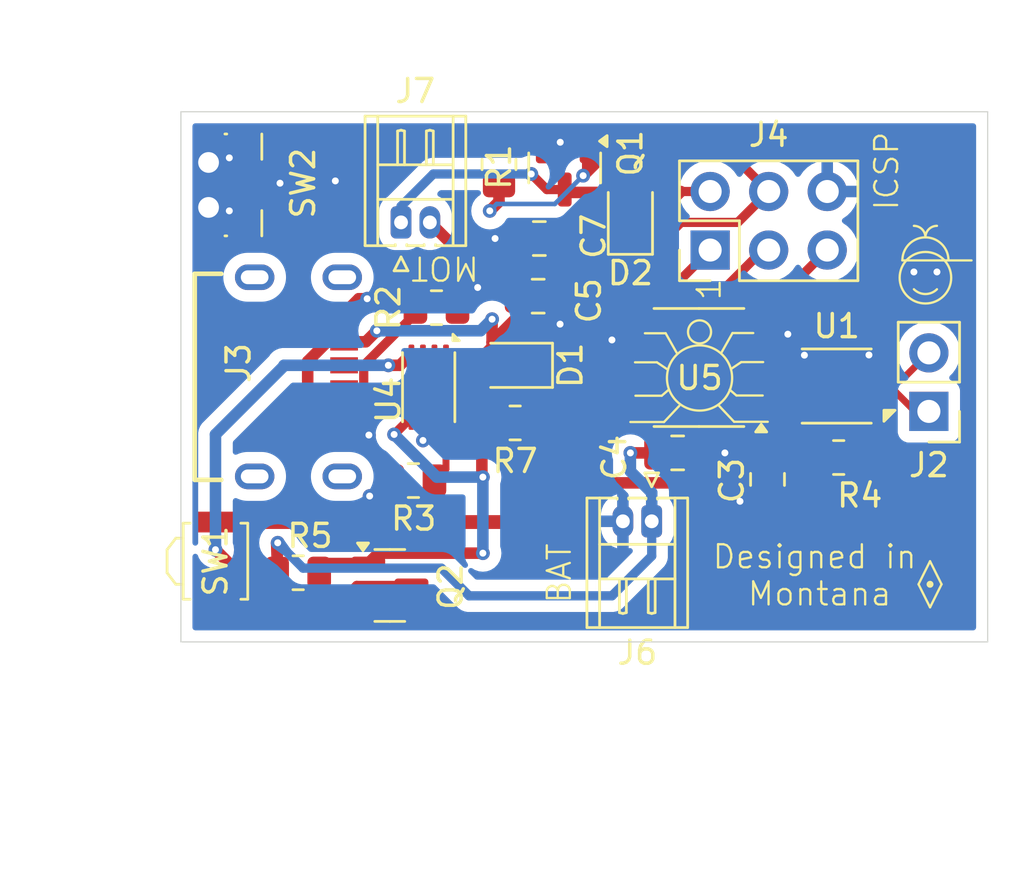
<source format=kicad_pcb>
(kicad_pcb (version 20240108) (generator "pcbnew") (generator_version "8.0")
  (layers (0 "F.Cu" signal) (31 "B.Cu" signal) (34 "B.Paste" user) (35 "F.Paste" user) (36 "B.SilkS" user "B.Silkscreen") (37 "F.SilkS" user "F.Silkscreen") (38 "B.Mask" user) (39 "F.Mask" user) (44 "Edge.Cuts" user))
  (net 0 "")
  (net 1 "GND")
  (net 2 "Net-(J3-CC1)")
  (net 3 "Net-(U1-RG2)")
  (net 4 "Net-(U1-RG1)")
  (net 5 "VBUS")
  (net 6 "VDD")
  (net 7 "Net-(D1-K)")
  (net 8 "Net-(J2-Pin_1)")
  (net 9 "Net-(J2-Pin_2)")
  (net 11 "Net-(J4-Pin_5)")
  (net 12 "Net-(J4-Pin_1)")
  (net 13 "VCC")
  (net 14 "Net-(U4-PROG)")
  (net 15 "Net-(Q2-S)")
  (net 16 "Net-(D2-A)")
  (net 18 "Net-(J4-Pin_4)")
  (net 19 "Net-(J4-Pin_3)")
  (net 20 "Net-(U1-VOUT)")
  (net 25 "Net-(Q2-G)")
  (footprint "Resistor_SMD:R_0805_2012Metric" (layer "F.Cu") (at 220.0875 116)
    (property "Reference" "R2")
    (property "Value" "5.1k")
  )
  (footprint "Button_Switch_SMD:SW_SPST_CK_KMS2xxGP" (layer "F.Cu") (at 210.95 110.675 -90)
    (property "Reference" "SW2")
    (property "Value" "CK_KMS2xxGP")
  )
  (footprint "Package_SON:WSON-8-1EP_3x3mm_P0.5mm_EP1.45x2.4mm" (layer "F.Cu") (at 237.45 119.4 180)
    (property "Reference" "U1")
    (property "Value" "INA333AIDGKR")
  )
  (footprint "Connector_PinHeader_2.54mm:PinHeader_1x02_P2.54mm_Vertical" (layer "F.Cu") (at 241.45 120.5 180)
    (property "Reference" "J2")
    (property "Value" "Input 1")
  )
  (footprint "Package_SO:SOIC-8_3.9x4.9mm_P1.27mm" (layer "F.Cu") (at 231.475 118.595 180)
    (property "Reference" "U5")
    (property "Value" "ATtiny13A-SS")
  )
  (footprint "Connector_Hirose:Hirose_DF13-02P-1.25DS_1x02_P1.25mm_Horizontal" (layer "F.Cu") (at 229.425 125.2675 180)
    (property "Reference" "J6")
    (property "Value" "Conn_01x02 - Battery")
  )
  (footprint "Capacitor_SMD:C_0805_2012Metric" (layer "F.Cu") (at 224.55 113)
    (property "Reference" "C7")
    (property "Value" "100 nf")
  )
  (footprint "Capacitor_SMD:C_0805_2012Metric" (layer "F.Cu") (at 224.5 115.5)
    (property "Reference" "C5")
    (property "Value" "4.7uF")
  )
  (footprint "Resistor_SMD:R_0805_2012Metric" (layer "F.Cu") (at 237.5375 122.5 180)
    (property "Reference" "R4")
    (property "Value" "11k")
  )
  (footprint "Connector_Hirose:Hirose_DF13-02P-1.25DS_1x02_P1.25mm_Horizontal" (layer "F.Cu") (at 218.55 112.3)
    (property "Reference" "J7")
    (property "Value" "Conn_01x02 - Motor")
  )
  (footprint "Resistor_SMD:R_0805_2012Metric" (layer "F.Cu") (at 219.0875 123.5 180)
    (property "Reference" "R3")
    (property "Value" "2k")
  )
  (footprint "Resistor_SMD:R_0805_2012Metric" (layer "F.Cu") (at 214.0875 127.5)
    (property "Reference" "R5")
    (property "Value" "11k")
  )
  (footprint "Resistor_SMD:R_0805_2012Metric" (layer "F.Cu") (at 222.8 109.7875 90)
    (property "Reference" "R1")
    (property "Value" "11k")
  )
  (footprint "Diode_SMD:D_0805_2012Metric" (layer "F.Cu") (at 223.4375 118.5 180)
    (property "Reference" "D1")
    (property "Value" "D")
  )
  (footprint "Resistor_SMD:R_0805_2012Metric" (layer "F.Cu") (at 223.5 121 180)
    (property "Reference" "R7")
    (property "Value" "470")
  )
  (footprint "Connector_PinHeader_2.54mm:PinHeader_2x03_P2.54mm_Vertical" (layer "F.Cu") (at 231.96 113.5 90)
    (property "Reference" "J4")
    (property "Value" "ICSP")
  )
  (footprint "Package_TO_SOT_SMD:SOT-23" (layer "F.Cu") (at 218.0625 128.05)
    (property "Reference" "Q2")
    (property "Value" "AO3400A")
  )
  (footprint "Diode_SMD:D_0805_2012Metric" (layer "F.Cu") (at 228.5 112 90)
    (property "Reference" "D2")
    (property "Value" "D")
  )
  (footprint "Capacitor_SMD:C_0805_2012Metric" (layer "F.Cu") (at 234.45 123.45 -90)
    (property "Reference" "C3")
    (property "Value" "0.1 uF")
  )
  (footprint "Package_TO_SOT_SMD:SOT-23" (layer "F.Cu") (at 225.65 109.9375 -90)
    (property "Reference" "Q1")
    (property "Value" "AO3400A")
  )
  (footprint "Capacitor_SMD:C_0805_2012Metric" (layer "F.Cu") (at 230.55 122.3)
    (property "Reference" "C4")
    (property "Value" "4.7 uF")
  )
  (footprint "Button_Switch_SMD:SW_SPST_B3U-3000P" (layer "F.Cu") (at 210.5 127 90)
    (property "Reference" "SW1")
    (property "Value" "SW_SPST")
  )
  (footprint "kicad:GCT_USB4125-GF-A_REVA2" (layer "F.Cu") (at 213 119 -90)
    (property "Reference" "J3")
    (property "Value" "USB4125-GF-A_REVA2")
  )
  (footprint "Package_DFN_QFN:DFN-8-1EP_3x2mm_P0.5mm_EP1.7x1.4mm" (layer "F.Cu") (at 219.75 119.45 -90)
    (property "Reference" "U4")
    (property "Value" "MCP73831-2-MC")
  )
  (gr_arc (start 241.799999 115.2) (mid 241.3 115.407106) (end 240.800001 115.2) (stroke (width 0.1)) (layer "F.SilkS"))
  (gr_line (start 241.5 127) (end 241 128) (stroke (width 0.1)) (layer "F.SilkS"))
  (gr_circle (center 231.5 119.05) (end 232.5 120.05) (stroke (width 0.1)) (fill none) (layer "F.SilkS"))
  (gr_line (start 230.03 117.11) (end 229.13 117.11) (stroke (width 0.1)) (layer "F.SilkS"))
  (gr_line (start 232.81 119.56) (end 233.1 119.81) (stroke (width 0.1)) (layer "F.SilkS"))
  (gr_line (start 241.5 129) (end 242 128) (stroke (width 0.1)) (layer "F.SilkS"))
  (gr_line (start 229.86 119.82) (end 228.72 119.82) (stroke (width 0.1)) (layer "F.SilkS"))
  (gr_line (start 233 120.95) (end 234.46 120.95) (stroke (width 0.1)) (layer "F.SilkS"))
  (gr_line (start 230.08 118.66) (end 229.65 118.37) (stroke (width 0.1)) (layer "F.SilkS"))
  (gr_line (start 230.15 119.57) (end 229.86 119.82) (stroke (width 0.1)) (layer "F.SilkS"))
  (gr_line (start 240.3 113.950001) (end 243.3 113.950001) (stroke (width 0.1)) (layer "F.SilkS"))
  (gr_arc (start 241.3 112.950001) (mid 241.446447 112.596448) (end 241.8 112.450001) (stroke (width 0.1)) (layer "F.SilkS"))
  (gr_line (start 233.1 119.81) (end 234.24 119.81) (stroke (width 0.1)) (layer "F.SilkS"))
  (gr_line (start 232.45 117.95) (end 232.93 117.1) (stroke (width 0.1)) (layer "F.SilkS"))
  (gr_line (start 242 128) (end 241.5 127) (stroke (width 0.1)) (layer "F.SilkS"))
  (gr_line (start 230.62 120.26) (end 229.96 120.96) (stroke (width 0.1)) (layer "F.SilkS"))
  (gr_circle (center 241.3 114.700001) (end 242.3 115.200001) (stroke (width 0.1)) (fill none) (layer "F.SilkS"))
  (gr_line (start 233.31 118.36) (end 234.26 118.36) (stroke (width 0.1)) (layer "F.SilkS"))
  (gr_arc (start 240.3 113.950001) (mid 241.3 112.950001) (end 242.3 113.950001) (stroke (width 0.1)) (layer "F.SilkS"))
  (gr_line (start 241.5 129) (end 241 128) (stroke (width 0.1)) (layer "F.SilkS"))
  (gr_line (start 229.65 118.37) (end 228.7 118.37) (stroke (width 0.1)) (layer "F.SilkS"))
  (gr_line (start 232.88 118.65) (end 233.31 118.36) (stroke (width 0.1)) (layer "F.SilkS"))
  (gr_circle (center 231.5 117.05) (end 231.5 117.55) (stroke (width 0.1)) (fill none) (layer "F.SilkS"))
  (gr_circle (center 241.5 128) (end 241.6 128) (stroke (width 0.1)) (fill solid) (layer "F.SilkS"))
  (gr_line (start 229.96 120.96) (end 228.5 120.96) (stroke (width 0.1)) (layer "F.SilkS"))
  (gr_line (start 232.34 120.25) (end 233 120.95) (stroke (width 0.1)) (layer "F.SilkS"))
  (gr_line (start 232.93 117.1) (end 233.83 117.1) (stroke (width 0.1)) (layer "F.SilkS"))
  (gr_line (start 230.51 117.96) (end 230.03 117.11) (stroke (width 0.1)) (layer "F.SilkS"))
  (gr_arc (start 240.8 112.450001) (mid 241.153553 112.596448) (end 241.3 112.950001) (stroke (width 0.1)) (layer "F.SilkS"))
  (gr_line (start 244 107.5) (end 209 107.5) (stroke (width 0.05)) (layer "Edge.Cuts"))
  (gr_line (start 209 107.5) (end 209 130.5) (stroke (width 0.05)) (layer "Edge.Cuts"))
  (gr_line (start 244 130.5) (end 244 107.5) (stroke (width 0.05)) (layer "Edge.Cuts"))
  (gr_line (start 209 130.5) (end 244 130.5) (stroke (width 0.05)) (layer "Edge.Cuts"))
  (gr_text "MOT\n" (at 222 113.7 180) (layer "F.SilkS") (effects (font (size 1 1) (thickness 0.1)) (justify left bottom)))
  (gr_text "ICSP" (at 240.2 111.850001 90) (layer "F.SilkS") (effects (font (size 1 1) (thickness 0.1)) (justify left bottom)))
  (gr_text "BAT" (at 226 128.9 90) (layer "F.SilkS") (effects (font (size 1 1) (thickness 0.1)) (justify left bottom)))
  (gr_text "1" (at 232.5 115.75 90) (layer "F.SilkS") (effects (font (size 1 1) (thickness 0.1)) (justify left bottom)))
  (gr_text "Designed in\n  Montana" (at 232 129 0) (layer "F.SilkS") (effects (font (size 1 1) (thickness 0.1)) (justify left bottom)))
  (segment (start 211.1 111.881371) (end 211.1 111.8) (width 0.2) (layer "F.Cu") (net 1))
  (segment (start 225.45 116.7145) (end 225.45 115.5) (width 0.5) (layer "F.Cu") (net 1))
  (segment (start 210.256371 108.625) (end 211.1 109.468629) (width 0.2) (layer "F.Cu") (net 1))
  (segment (start 217.5029 124.1721) (end 218.175 123.5) (width 0.5) (layer "F.Cu") (net 1))
  (segment (start 217.0812 115.6117) (end 216.9317 115.7612) (width 0.2) (layer "F.Cu") (net 1))
  (segment (start 224.825 108.875) (end 224.8766 108.8234) (width 0.2) (layer "F.Cu") (net 1))
  (segment (start 210.15 108.625) (end 210.256371 108.625) (width 0.2) (layer "F.Cu") (net 1))
  (segment (start 234.8708 116.69) (end 235.3308 117.15) (width 0.4) (layer "F.Cu") (net 1))
  (segment (start 233.2548 124.4) (end 234.45 124.4) (width 0.5) (layer "F.Cu") (net 1))
  (segment (start 217.0812 115.6117) (end 216.7183 115.6117) (width 0.5) (layer "F.Cu") (net 1))
  (segment (start 219.5 120.9) (end 219.5 121.7589) (width 0.2) (layer "F.Cu") (net 1))
  (segment (start 210.15 112.725) (end 210.256371 112.725) (width 0.2) (layer "F.Cu") (net 1))
  (segment (start 216.9317 121.75) (end 217.1554 121.5263) (width 0.5) (layer "F.Cu") (net 1))
  (segment (start 222.8 108.875) (end 224.825 108.875) (width 0.5) (layer "F.Cu") (net 1))
  (segment (start 219.5 121.7589) (end 219.5016 121.7605) (width 0.2) (layer "F.Cu") (net 1))
  (segment (start 238.85 118.0517) (end 238.85 118.65) (width 0.4) (layer "F.Cu") (net 1))
  (segment (start 236.05 118.65) (end 236.05 118.0604) (width 0.4) (layer "F.Cu") (net 1))
  (segment (start 211.1 109.468629) (end 211.1 109.5) (width 0.2) (layer "F.Cu") (net 1))
  (segment (start 216.08 121.75) (end 216.9317 121.75) (width 0.5) (layer "F.Cu") (net 1))
  (segment (start 213.225 110.675) (end 213.3 110.6) (width 0.2) (layer "F.Cu") (net 1))
  (segment (start 217.1879 124.1721) (end 217.5029 124.1721) (width 0.5) (layer "F.Cu") (net 1))
  (segment (start 210.256371 112.725) (end 211.1 111.881371) (width 0.2) (layer "F.Cu") (net 1))
  (segment (start 225.4567 108.8234) (end 224.8766 108.8234) (width 0.5) (layer "F.Cu") (net 1))
  (segment (start 216.7183 115.6117) (end 216.08 116.25) (width 0.5) (layer "F.Cu") (net 1))
  (segment (start 222.6296 112.9995) (end 223.5995 112.9995) (width 0.5) (layer "F.Cu") (net 1))
  (segment (start 221 116) (end 221.8753 115.1247) (width 0.5) (layer "F.Cu") (net 1))
  (segment (start 231.5 122.3) (end 232.6 122.3) (width 0.5) (layer "F.Cu") (net 1))
  (segment (start 224.8766 108.8234) (end 224.7 109) (width 0.2) (layer "F.Cu") (net 1))
  (segment (start 212.375 110.675) (end 213.225 110.675) (width 0.2) (layer "F.Cu") (net 1))
  (segment (start 233.95 116.69) (end 234.8708 116.69) (width 0.2) (layer "F.Cu") (net 1))
  (segment (start 223.5995 112.9995) (end 223.6 113) (width 0.2) (layer "F.Cu") (net 1))
  (via (at 225.4567 108.8234) (size 0.6) (drill 0.3) (layers "F.Cu" "B.Cu") (net 1))
  (via (at 240.8 114.450001) (size 0.6) (drill 0.3) (layers "F.Cu" "B.Cu") (net 1))
  (via (at 232.6 122.3) (size 0.6) (drill 0.3) (layers "F.Cu" "B.Cu") (net 1))
  (via (at 222.6296 112.9995) (size 0.6) (drill 0.3) (layers "F.Cu" "B.Cu") (net 1))
  (via (at 225.45 116.7145) (size 0.6) (drill 0.3) (layers "F.Cu" "B.Cu") (net 1))
  (via (at 238.85 118.0517) (size 0.6) (drill 0.3) (layers "F.Cu" "B.Cu") (net 1))
  (via (at 235.3308 117.15) (size 0.6) (drill 0.3) (layers "F.Cu" "B.Cu") (net 1))
  (via (at 236.05 118.0604) (size 0.6) (drill 0.3) (layers "F.Cu" "B.Cu") (net 1))
  (via (at 217.1879 124.1721) (size 0.6) (drill 0.3) (layers "F.Cu" "B.Cu") (net 1))
  (via (at 211.1 111.8) (size 0.6) (drill 0.3) (layers "F.Cu" "B.Cu") (net 1))
  (via (at 233.2548 124.4) (size 0.6) (drill 0.3) (layers "F.Cu" "B.Cu") (net 1))
  (via (at 213.3 110.6) (size 0.6) (drill 0.3) (layers "F.Cu" "B.Cu") (net 1))
  (via (at 217.0812 115.6117) (size 0.6) (drill 0.3) (layers "F.Cu" "B.Cu") (net 1))
  (via (at 221.8753 115.1247) (size 0.6) (drill 0.3) (layers "F.Cu" "B.Cu") (net 1))
  (via (at 217.1554 121.5263) (size 0.6) (drill 0.3) (layers "F.Cu" "B.Cu") (net 1))
  (via (at 219.5016 121.7605) (size 0.6) (drill 0.3) (layers "F.Cu" "B.Cu") (net 1))
  (via (at 211.1 109.5) (size 0.6) (drill 0.3) (layers "F.Cu" "B.Cu") (net 1))
  (via (at 241.8 114.450001) (size 0.6) (drill 0.3) (layers "F.Cu" "B.Cu") (net 1))
  (segment (start 216.08 118.5) (end 216.8434 118.5) (width 0.4) (layer "F.Cu") (net 2))
  (segment (start 216.9302 118.5) (end 219.175 116.2552) (width 0.4) (layer "F.Cu") (net 2))
  (segment (start 216.9317 119.5) (end 216.9317 118.5) (width 0.4) (layer "F.Cu") (net 2))
  (segment (start 216.9302 118.5) (end 216.9317 118.5) (width 0.2) (layer "F.Cu") (net 2))
  (segment (start 219.175 116.2552) (end 219.175 116) (width 0.2) (layer "F.Cu") (net 2))
  (segment (start 216.08 119.5) (end 216.9317 119.5) (width 0.4) (layer "F.Cu") (net 2))
  (segment (start 216.8434 118.5) (end 216.9302 118.5) (width 0.2) (layer "F.Cu") (net 2))
  (segment (start 236.05 121.925) (end 236.05 120.15) (width 0.2) (layer "F.Cu") (net 3))
  (segment (start 236.625 122.5) (end 236.05 121.925) (width 0.2) (layer "F.Cu") (net 3))
  (segment (start 238.45 122.5) (end 238.85 122.1) (width 0.2) (layer "F.Cu") (net 4))
  (segment (start 238.85 122.1) (end 238.85 120.15) (width 0.2) (layer "F.Cu") (net 4))
  (segment (start 210.5 126.5) (end 211.5 127.5) (width 0.5) (layer "F.Cu") (net 5))
  (segment (start 213.175 126.225) (end 213.2 126.2) (width 0.4) (layer "F.Cu") (net 5))
  (segment (start 219 118) (end 218.5 118.5) (width 0.5) (layer "F.Cu") (net 5))
  (segment (start 211.5 127.5) (end 213.175 127.5) (width 0.5) (layer "F.Cu") (net 5))
  (segment (start 214.466022 129) (end 213.175 127.708978) (width 0.4) (layer "F.Cu") (net 5))
  (segment (start 219 118) (end 219.475 118) (width 0.3) (layer "F.Cu") (net 5))
  (segment (start 219 128.05) (end 216.626238 128.05) (width 0.4) (layer "F.Cu") (net 5))
  (segment (start 213.175 127.5) (end 213.175 126.225) (width 0.5) (layer "F.Cu") (net 5))
  (segment (start 213.175 127.708978) (end 213.175 127.5) (width 0.4) (layer "F.Cu") (net 5))
  (segment (start 228.5 122.3) (end 229.6 122.3) (width 0.5) (layer "F.Cu") (net 5))
  (segment (start 215.676238 129) (end 214.466022 129) (width 0.4) (layer "F.Cu") (net 5))
  (segment (start 216.626238 128.05) (end 215.676238 129) (width 0.4) (layer "F.Cu") (net 5))
  (segment (start 218.5 118.5) (end 218 118.5) (width 0.5) (layer "F.Cu") (net 5))
  (via (at 218 118.5) (size 0.6) (drill 0.3) (layers "F.Cu" "B.Cu") (net 5))
  (via (at 210.5 126.5) (size 0.6) (drill 0.3) (layers "F.Cu" "B.Cu") (net 5))
  (via (at 213.2 126.2) (size 0.6) (drill 0.3) (layers "F.Cu" "B.Cu") (net 5))
  (via (at 228.5 122.3) (size 0.6) (drill 0.3) (layers "F.Cu" "B.Cu") (net 5))
  (segment (start 214.3 127.3) (end 220.3 127.3) (width 0.4) (layer "B.Cu") (net 5))
  (segment (start 228.5 123.1) (end 228.5 122.3) (width 0.5) (layer "B.Cu") (net 5))
  (segment (start 227.7 128.5) (end 229.425 126.775) (width 0.4) (layer "B.Cu") (net 5))
  (segment (start 213.471124 118.528876) (end 213.471124 118.5) (width 0.5) (layer "B.Cu") (net 5))
  (segment (start 221.5 128.5) (end 227.7 128.5) (width 0.4) (layer "B.Cu") (net 5))
  (segment (start 229.425 126.775) (end 229.425 125.2675) (width 0.4) (layer "B.Cu") (net 5))
  (segment (start 228.5 123.1) (end 229.425 124.025) (width 0.5) (layer "B.Cu") (net 5))
  (segment (start 229.425 124.025) (end 229.425 125.2675) (width 0.5) (layer "B.Cu") (net 5))
  (segment (start 213.2 126.2) (end 214.3 127.3) (width 0.4) (layer "B.Cu") (net 5))
  (segment (start 218 118.5) (end 213.471124 118.5) (width 0.5) (layer "B.Cu") (net 5))
  (segment (start 220.3 127.3) (end 221.5 128.5) (width 0.4) (layer "B.Cu") (net 5))
  (segment (start 210.5 126.5) (end 210.5 121.5) (width 0.5) (layer "B.Cu") (net 5))
  (segment (start 210.5 121.5) (end 213.471124 118.528876) (width 0.5) (layer "B.Cu") (net 5))
  (segment (start 222.5 116.5) (end 222.5 117.5) (width 0.5) (layer "F.Cu") (net 6))
  (segment (start 215.35 120.52) (end 216.08 120.52) (width 0.5) (layer "F.Cu") (net 6))
  (segment (start 216.08 117.48) (end 217.02 117.48) (width 0.5) (layer "F.Cu") (net 6))
  (segment (start 214.5 118.33) (end 214.5 119.67) (width 0.5) (layer "F.Cu") (net 6))
  (segment (start 222 118) (end 222.5 118.5) (width 0.5) (layer "F.Cu") (net 6))
  (segment (start 223.55 116.45) (end 223.55 115.5) (width 0.5) (layer "F.Cu") (net 6))
  (segment (start 214.5 119.67) (end 215.35 120.52) (width 0.5) (layer "F.Cu") (net 6))
  (segment (start 222.5 117.5) (end 222 118) (width 0.2) (layer "F.Cu") (net 6))
  (segment (start 220 118) (end 220.5 118) (width 0.3) (layer "F.Cu") (net 6))
  (segment (start 222.5 117.5) (end 223.55 116.45) (width 0.5) (layer "F.Cu") (net 6))
  (segment (start 215.35 117.48) (end 214.5 118.33) (width 0.5) (layer "F.Cu") (net 6))
  (segment (start 216.08 117.48) (end 215.35 117.48) (width 0.5) (layer "F.Cu") (net 6))
  (segment (start 222.5 118.5) (end 222.5 117.5) (width 0.5) (layer "F.Cu") (net 6))
  (segment (start 220.5 118) (end 222 118) (width 0.4) (layer "F.Cu") (net 6))
  (segment (start 217.02 117.48) (end 217.5 117) (width 0.5) (layer "F.Cu") (net 6))
  (via (at 217.5 117) (size 0.6) (drill 0.3) (layers "F.Cu" "B.Cu") (net 6))
  (via (at 222.5 116.5) (size 0.6) (drill 0.3) (layers "F.Cu" "B.Cu") (net 6))
  (segment (start 217.5 117) (end 222 117) (width 0.5) (layer "B.Cu") (net 6))
  (segment (start 222 117) (end 222.5 116.5) (width 0.5) (layer "B.Cu") (net 6))
  (segment (start 224.375 120.9625) (end 224.375 118.5) (width 0.5) (layer "F.Cu") (net 7))
  (segment (start 224.4125 121) (end 224.375 120.9625) (width 0.2) (layer "F.Cu") (net 7))
  (segment (start 240.85 120.5) (end 240 119.65) (width 0.3) (layer "F.Cu") (net 8))
  (segment (start 241.45 120.5) (end 240.85 120.5) (width 0.3) (layer "F.Cu") (net 8))
  (segment (start 238.85 119.65) (end 240 119.65) (width 0.3) (layer "F.Cu") (net 8))
  (segment (start 240.26 119.15) (end 238.85 119.15) (width 0.3) (layer "F.Cu") (net 9))
  (segment (start 241.45 117.96) (end 240.26 119.15) (width 0.3) (layer "F.Cu") (net 9))
  (segment (start 233 120.5) (end 232.5 120) (width 0.4) (layer "F.Cu") (net 11))
  (segment (start 233.95 120.5) (end 233 120.5) (width 0.2) (layer "F.Cu") (net 11))
  (segment (start 233.703738 115.25) (end 235.29 115.25) (width 0.4) (layer "F.Cu") (net 11))
  (segment (start 235.29 115.25) (end 237.04 113.5) (width 0.4) (layer "F.Cu") (net 11))
  (segment (start 232.5 120) (end 232.5 116.453738) (width 0.4) (layer "F.Cu") (net 11))
  (segment (start 232.5 116.453738) (end 233.703738 115.25) (width 0.4) (layer "F.Cu") (net 11))
  (segment (start 230.5 114.96) (end 231.96 113.5) (width 0.4) (layer "F.Cu") (net 12))
  (segment (start 213.825 108.625) (end 215.7 110.5) (width 0.2) (layer "F.Cu") (net 12))
  (segment (start 227.7 117.4) (end 228.44 117.4) (width 0.2) (layer "F.Cu") (net 12))
  (segment (start 211.75 108.625) (end 213.825 108.625) (width 0.2) (layer "F.Cu") (net 12))
  (segment (start 229 117.96) (end 230.04 117.96) (width 0.4) (layer "F.Cu") (net 12))
  (segment (start 229.274842 117.96) (end 229 117.96) (width 0.2) (layer "F.Cu") (net 12))
  (segment (start 211.75 112.725) (end 213.475 112.725) (width 0.2) (layer "F.Cu") (net 12))
  (segment (start 230.04 117.96) (end 230.5 117.5) (width 0.4) (layer "F.Cu") (net 12))
  (segment (start 213.475 112.725) (end 215.7 110.5) (width 0.2) (layer "F.Cu") (net 12))
  (segment (start 228.44 117.4) (end 229 117.96) (width 0.2) (layer "F.Cu") (net 12))
  (segment (start 230.5 117.5) (end 230.5 114.96) (width 0.4) (layer "F.Cu") (net 12))
  (segment (start 231.96 113.5) (end 231.96 113.54) (width 0.2) (layer "F.Cu") (net 12))
  (via (at 227.7 117.4) (size 0.6) (drill 0.3) (layers "F.Cu" "B.Cu") (net 12))
  (via (at 215.7 110.5) (size 0.6) (drill 0.3) (layers "F.Cu" "B.Cu") (net 12))
  (segment (start 224.6 114.1) (end 227.7 117.2) (width 0.2) (layer "B.Cu") (net 12))
  (segment (start 215.7 110.5) (end 215.7 111.8) (width 0.2) (layer "B.Cu") (net 12))
  (segment (start 218 113.9) (end 218.2 114.1) (width 0.2) (layer "B.Cu") (net 12))
  (segment (start 217.8 113.9) (end 218 113.9) (width 0.2) (layer "B.Cu") (net 12))
  (segment (start 215.7 111.8) (end 217.8 113.9) (width 0.2) (layer "B.Cu") (net 12))
  (segment (start 218.2 114.1) (end 224.6 114.1) (width 0.2) (layer "B.Cu") (net 12))
  (segment (start 227.7 117.2) (end 227.7 117.4) (width 0.2) (layer "B.Cu") (net 12))
  (segment (start 226.0576 123.4424) (end 226.2152 123.6) (width 0.5) (layer "F.Cu") (net 13))
  (segment (start 229 120.5) (end 227.938 120.5) (width 0.6) (layer "F.Cu") (net 13))
  (segment (start 210.5 125.3) (end 224.2 125.3) (width 0.6) (layer "F.Cu") (net 13))
  (segment (start 228.5 112.938) (end 228.5 112.9375) (width 0.2) (layer "F.Cu") (net 13))
  (segment (start 226.5 114) (end 225.5 113) (width 0.6) (layer "F.Cu") (net 13))
  (segment (start 224.2 125.3) (end 226.0576 123.4424) (width 0.6) (layer "F.Cu") (net 13))
  (segment (start 226.938 114.438) (end 226.5 114) (width 0.6) (layer "F.Cu") (net 13))
  (segment (start 226.938 122.562) (end 226.938 121.5) (width 0.6) (layer "F.Cu") (net 13))
  (segment (start 226.0576 123.4424) (end 226.938 122.562) (width 0.6) (layer "F.Cu") (net 13))
  (segment (start 226.7 114.2) (end 226.938 114.438) (width 0.5) (layer "F.Cu") (net 13))
  (segment (start 235.2905 119.9666) (end 235.2905 121.6595) (width 0.2) (layer "F.Cu") (net 13))
  (segment (start 233.35 123.6) (end 234.45 122.5) (width 0.5) (layer "F.Cu") (net 13))
  (segment (start 226.938 121.5) (end 226.938 114.438) (width 0.6) (layer "F.Cu") (net 13))
  (segment (start 228.5 112.938) (end 227 114.438) (width 0.6) (layer "F.Cu") (net 13))
  (segment (start 219.8 112.3) (end 221.7 114.2) (width 0.5) (layer "F.Cu") (net 13))
  (segment (start 228.7061 112.9375) (end 229.8218 111.8218) (width 0.5) (layer "F.Cu") (net 13))
  (segment (start 230.6836 110.96) (end 231.96 110.96) (width 0.4) (layer "F.Cu") (net 13))
  (segment (start 235.6071 119.65) (end 235.2905 119.9666) (width 0.2) (layer "F.Cu") (net 13))
  (segment (start 236.05 119.65) (end 235.6071 119.65) (width 0.2) (layer "F.Cu") (net 13))
  (segment (start 227 114.438) (end 226.938 114.438) (width 0.2) (layer "F.Cu") (net 13))
  (segment (start 228.5 112.9375) (end 228.7061 112.9375) (width 0.2) (layer "F.Cu") (net 13))
  (segment (start 221.7 114.2) (end 226.7 114.2) (width 0.5) (layer "F.Cu") (net 13))
  (segment (start 229.8218 111.8218) (end 230.6836 110.96) (width 0.5) (layer "F.Cu") (net 13))
  (segment (start 235.2905 121.6595) (end 234.45 122.5) (width 0.2) (layer "F.Cu") (net 13))
  (segment (start 226.2152 123.6) (end 233.35 123.6) (width 0.5) (layer "F.Cu") (net 13))
  (segment (start 227.938 120.5) (end 226.938 121.5) (width 0.6) (layer "F.Cu") (net 13))
  (segment (start 220.5 123) (end 220.5 120.9) (width 0.3) (layer "F.Cu") (net 14))
  (segment (start 220 123.5) (end 220.5 123) (width 0.3) (layer "F.Cu") (net 14))
  (segment (start 211.4 129.6) (end 210.5 128.7) (width 0.5) (layer "F.Cu") (net 15))
  (segment (start 217.125 129) (end 216.525 129.6) (width 0.5) (layer "F.Cu") (net 15))
  (segment (start 216.525 129.6) (end 211.4 129.6) (width 0.5) (layer "F.Cu") (net 15))
  (segment (start 224.875 110.875) (end 224.2 110.2) (width 0.4) (layer "F.Cu") (net 16))
  (segment (start 228.5 111.0625) (end 228.3125 110.875) (width 0.2) (layer "F.Cu") (net 16))
  (segment (start 228.3125 110.875) (end 228.1875 111) (width 0.4) (layer "F.Cu") (net 16))
  (segment (start 225.65 110.875) (end 224.875 110.875) (width 0.4) (layer "F.Cu") (net 16))
  (segment (start 225.775 111) (end 225.65 110.875) (width 0.4) (layer "F.Cu") (net 16))
  (segment (start 228.1875 111) (end 225.775 111) (width 0.5) (layer "F.Cu") (net 16))
  (via (at 224.2 110.2) (size 0.6) (drill 0.3) (layers "F.Cu" "B.Cu") (net 16))
  (segment (start 219.95 110.2) (end 218.55 111.6) (width 0.4) (layer "B.Cu") (net 16))
  (segment (start 224.2 110.2) (end 219.95 110.2) (width 0.4) (layer "B.Cu") (net 16))
  (segment (start 218.55 111.6) (end 218.55 112.3) (width 0.4) (layer "B.Cu") (net 16))
  (segment (start 226.711289 109.111289) (end 226.6 109) (width 0.4) (layer "F.Cu") (net 18))
  (segment (start 222.8 111.4) (end 222.4 111.8) (width 0.5) (layer "F.Cu") (net 18))
  (segment (start 227.05 109.45) (end 227.5 109) (width 0.5) (layer "F.Cu") (net 18))
  (segment (start 226.6 109) (end 227.05 109.45) (width 0.5) (layer "F.Cu") (net 18))
  (segment (start 233.16 112.3) (end 234.5 110.96) (width 0.4) (layer "F.Cu") (net 18))
  (segment (start 230.25 112.75) (end 230.7 112.3) (width 0.4) (layer "F.Cu") (net 18))
  (segment (start 226.449999 110.272578) (end 226.6 110.122577) (width 0.4) (layer "F.Cu") (net 18))
  (segment (start 226.6 109) (end 232.54 109) (width 0.4) (layer "F.Cu") (net 18))
  (segment (start 230.25 113.1417) (end 230.25 112.75) (width 0.4) (layer "F.Cu") (net 18))
  (segment (start 230.7 112.3) (end 233.16 112.3) (width 0.4) (layer "F.Cu") (net 18))
  (segment (start 226.449999 110.272578) (end 227.611289 109.111289) (width 0.5) (layer "F.Cu") (net 18))
  (segment (start 229 116.69) (end 229 114.3917) (width 0.4) (layer "F.Cu") (net 18))
  (segment (start 226.6 110.122577) (end 226.6 109) (width 0.4) (layer "F.Cu") (net 18))
  (segment (start 232.54 109) (end 234.5 110.96) (width 0.4) (layer "F.Cu") (net 18))
  (segment (start 227.611289 109.111289) (end 226.711289 109.111289) (width 0.4) (layer "F.Cu") (net 18))
  (segment (start 222.8 110.7) (end 222.8 111.4) (width 0.5) (layer "F.Cu") (net 18))
  (segment (start 227.5 109) (end 227.611289 109.111289) (width 0.4) (layer "F.Cu") (net 18))
  (segment (start 229 114.3917) (end 230.25 113.1417) (width 0.4) (layer "F.Cu") (net 18))
  (via (at 226.449999 110.272578) (size 0.6) (drill 0.3) (layers "F.Cu" "B.Cu") (net 18))
  (via (at 222.4 111.8) (size 0.6) (drill 0.3) (layers "F.Cu" "B.Cu") (net 18))
  (segment (start 222.7 111.5) (end 222.4 111.8) (width 0.2) (layer "B.Cu") (net 18))
  (segment (start 226.449999 110.272578) (end 225.222577 111.5) (width 0.2) (layer "B.Cu") (net 18))
  (segment (start 225.222577 111.5) (end 222.7 111.5) (width 0.2) (layer "B.Cu") (net 18))
  (segment (start 229.77 119.23) (end 229 119.23) (width 0.2) (layer "F.Cu") (net 19))
  (segment (start 231.5 117.5) (end 231.5 116.25) (width 0.4) (layer "F.Cu") (net 19))
  (segment (start 231.5 116.25) (end 234.25 113.5) (width 0.4) (layer "F.Cu") (net 19))
  (segment (start 229.77 119.23) (end 231.5 117.5) (width 0.4) (layer "F.Cu") (net 19))
  (segment (start 234.25 113.5) (end 234.5 113.5) (width 0.4) (layer "F.Cu") (net 19))
  (segment (start 236.05 119.15) (end 234.03 119.15) (width 0.3) (layer "F.Cu") (net 20))
  (segment (start 234.03 119.15) (end 233.95 119.23) (width 0.2) (layer "F.Cu") (net 20))
  (segment (start 219 120.9) (end 218.9516 120.9484) (width 0.2) (layer "F.Cu") (net 25))
  (segment (start 222.057 123.3067) (end 222.057 121.5305) (width 0.5) (layer "F.Cu") (net 25))
  (segment (start 218.85 120.9) (end 218.25 121.5) (width 0.4) (layer "F.Cu") (net 25))
  (segment (start 215.4 127.1) (end 215 127.5) (width 0.2) (layer "F.Cu") (net 25))
  (segment (start 217.125 127.1) (end 215.4 127.1) (width 0.5) (layer "F.Cu") (net 25))
  (segment (start 222.1003 126.65) (end 217.575 126.65) (width 0.5) (layer "F.Cu") (net 25))
  (segment (start 217.575 126.65) (end 217.125 127.1) (width 0.5) (layer "F.Cu") (net 25))
  (segment (start 222.057 123.3067) (end 222.1003 123.35) (width 0.2) (layer "F.Cu") (net 25))
  (segment (start 222.057 121.5305) (end 222.5875 121) (width 0.5) (layer "F.Cu") (net 25))
  (segment (start 219 120.9) (end 218.85 120.9) (width 0.4) (layer "F.Cu") (net 25))
  (via (at 222.1003 123.35) (size 0.6) (drill 0.3) (layers "F.Cu" "B.Cu") (net 25))
  (via (at 222.1003 126.65) (size 0.6) (drill 0.3) (layers "F.Cu" "B.Cu") (net 25))
  (via (at 218.25 121.5) (size 0.6) (drill 0.3) (layers "F.Cu" "B.Cu") (net 25))
  (segment (start 222.1003 123.35) (end 220.1 123.35) (width 0.5) (layer "B.Cu") (net 25))
  (segment (start 220.1 123.35) (end 218.25 121.5) (width 0.5) (layer "B.Cu") (net 25))
  (segment (start 222.1003 123.35) (end 222.1003 126.65) (width 0.5) (layer "B.Cu") (net 25))
  (zone (net 1) (net_name "GND") (layer "B.Cu") (connect_pads (clearance 0.5)) (min_thickness 0.25) (fill yes (thermal_gap 0.5) (thermal_bridge_width 0.5))
    (polygon (pts (xy 209.5 108) (xy 243.5 108) (xy 243.5 130) (xy 209.5 130)))
  )
)
</source>
